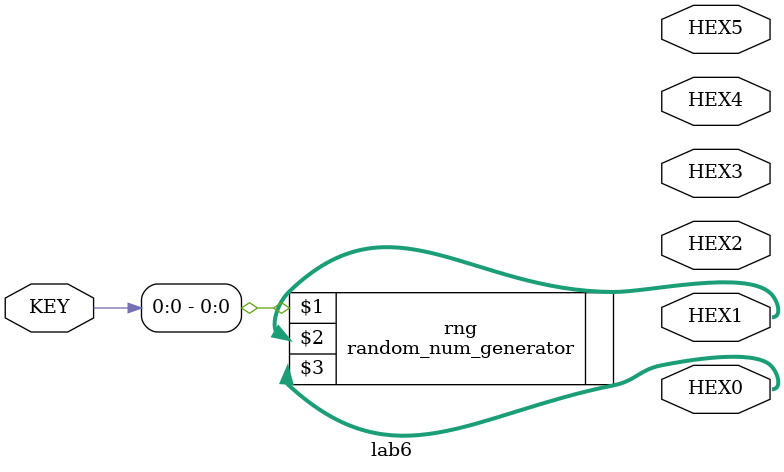
<source format=v>


module lab6(

	//////////// KEY //////////
	input 		     [3:0]		KEY,

	//////////// Seg7 //////////
	output		     [6:0]		HEX0,
	output		     [6:0]		HEX1,
	output		     [6:0]		HEX2,
	output		     [6:0]		HEX3,
	output		     [6:0]		HEX4,
	output		     [6:0]		HEX5
);



//=======================================================
//  REG/WIRE declarations
//=======================================================


random_num_generator rng(KEY[0],HEX1,HEX0);

//=======================================================
//  Structural coding
//=======================================================



endmodule

</source>
